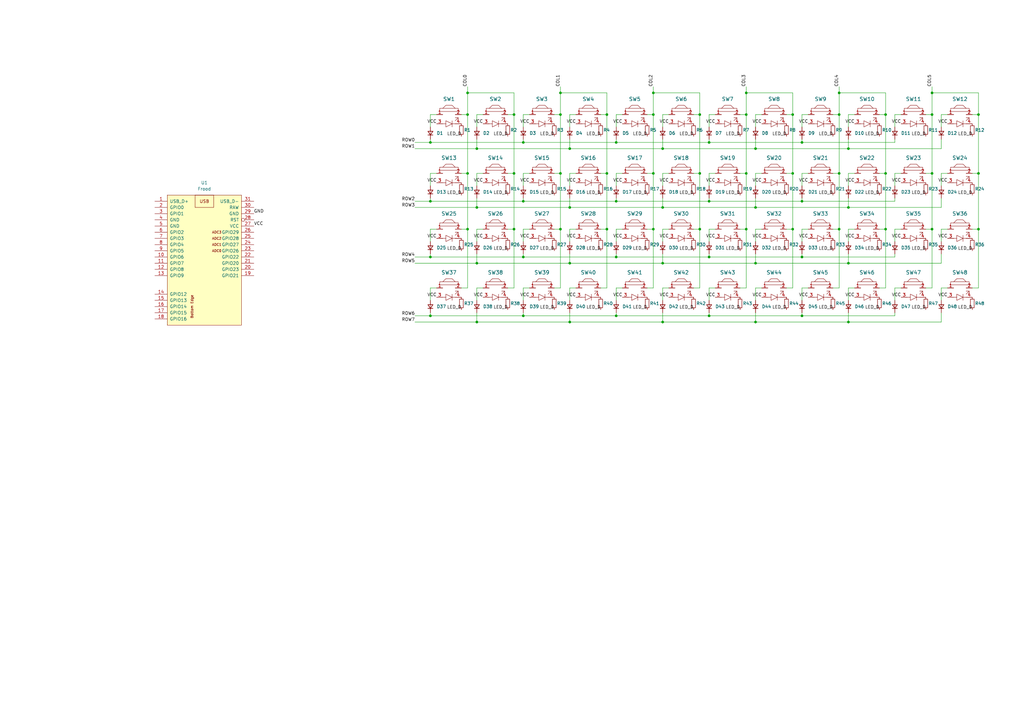
<source format=kicad_sch>
(kicad_sch (version 20230121) (generator eeschema)
  (paper "A3")
  (junction (at 195.58 60.96))
  (junction (at 347.98 132.08))
  (junction (at 290.83 82.55))
  (junction (at 214.63 105.41))
  (junction (at 309.88 107.95))
  (junction (at 252.73 58.42))
  (junction (at 344.17 71.12))
  (junction (at 233.68 85.09))
  (junction (at 363.22 46.99))
  (junction (at 248.92 93.98))
  (junction (at 271.78 85.09))
  (junction (at 309.88 60.96))
  (junction (at 271.78 60.96))
  (junction (at 306.07 93.98))
  (junction (at 229.87 38.1))
  (junction (at 290.83 105.41))
  (junction (at 382.27 38.1))
  (junction (at 347.98 107.95))
  (junction (at 325.12 71.12))
  (junction (at 176.53 129.54))
  (junction (at 325.12 93.98))
  (junction (at 287.02 46.99))
  (junction (at 306.07 38.1))
  (junction (at 195.58 107.95))
  (junction (at 309.88 85.09))
  (junction (at 229.87 93.98))
  (junction (at 344.17 93.98))
  (junction (at 176.53 58.42))
  (junction (at 267.97 46.99))
  (junction (at 363.22 93.98))
  (junction (at 325.12 46.99))
  (junction (at 191.77 71.12))
  (junction (at 191.77 46.99))
  (junction (at 248.92 46.99))
  (junction (at 267.97 93.98))
  (junction (at 344.17 38.1))
  (junction (at 306.07 71.12))
  (junction (at 252.73 129.54))
  (junction (at 195.58 85.09))
  (junction (at 401.32 46.99))
  (junction (at 382.27 93.98))
  (junction (at 210.82 93.98))
  (junction (at 191.77 38.1))
  (junction (at 347.98 85.09))
  (junction (at 363.22 71.12))
  (junction (at 347.98 60.96))
  (junction (at 267.97 38.1))
  (junction (at 401.32 71.12))
  (junction (at 176.53 105.41))
  (junction (at 290.83 58.42))
  (junction (at 328.93 105.41))
  (junction (at 210.82 46.99))
  (junction (at 267.97 71.12))
  (junction (at 214.63 58.42))
  (junction (at 210.82 71.12))
  (junction (at 214.63 129.54))
  (junction (at 328.93 129.54))
  (junction (at 252.73 82.55))
  (junction (at 233.68 132.08))
  (junction (at 271.78 132.08))
  (junction (at 287.02 93.98))
  (junction (at 401.32 93.98))
  (junction (at 344.17 46.99))
  (junction (at 229.87 71.12))
  (junction (at 309.88 132.08))
  (junction (at 214.63 82.55))
  (junction (at 176.53 82.55))
  (junction (at 191.77 93.98))
  (junction (at 233.68 107.95))
  (junction (at 252.73 105.41))
  (junction (at 229.87 46.99))
  (junction (at 271.78 107.95))
  (junction (at 328.93 58.42))
  (junction (at 248.92 71.12))
  (junction (at 233.68 60.96))
  (junction (at 382.27 46.99))
  (junction (at 290.83 129.54))
  (junction (at 306.07 46.99))
  (junction (at 382.27 71.12))
  (junction (at 328.93 82.55))
  (junction (at 287.02 71.12))
  (junction (at 195.58 132.08))
  (wire (pts (xy 347.98 118.11) (xy 347.98 123.19)))
  (wire (pts (xy 290.83 118.11) (xy 290.83 123.19)))
  (wire (pts (xy 367.03 118.11) (xy 367.03 123.19)))
  (wire (pts (xy 347.98 107.95) (xy 386.08 107.95)))
  (wire (pts (xy 248.92 118.11) (xy 246.38 118.11)))
  (wire (pts (xy 290.83 128.27) (xy 290.83 129.54)))
  (wire (pts (xy 267.97 35.56) (xy 267.97 38.1)))
  (wire (pts (xy 198.12 93.98) (xy 195.58 93.98)))
  (wire (pts (xy 210.82 46.99) (xy 210.82 71.12)))
  (wire (pts (xy 303.53 93.98) (xy 306.07 93.98)))
  (wire (pts (xy 293.37 118.11) (xy 290.83 118.11)))
  (wire (pts (xy 179.07 93.98) (xy 176.53 93.98)))
  (wire (pts (xy 271.78 71.12) (xy 271.78 76.2)))
  (wire (pts (xy 267.97 38.1) (xy 287.02 38.1)))
  (wire (pts (xy 248.92 38.1) (xy 248.92 46.99)))
  (wire (pts (xy 325.12 118.11) (xy 322.58 118.11)))
  (wire (pts (xy 252.73 82.55) (xy 290.83 82.55)))
  (wire (pts (xy 309.88 85.09) (xy 347.98 85.09)))
  (wire (pts (xy 309.88 81.28) (xy 309.88 85.09)))
  (wire (pts (xy 344.17 93.98) (xy 344.17 118.11)))
  (wire (pts (xy 290.83 58.42) (xy 328.93 58.42)))
  (wire (pts (xy 379.73 46.99) (xy 382.27 46.99)))
  (wire (pts (xy 347.98 60.96) (xy 386.08 60.96)))
  (wire (pts (xy 176.53 118.11) (xy 176.53 123.19)))
  (wire (pts (xy 271.78 57.15) (xy 271.78 60.96)))
  (wire (pts (xy 306.07 118.11) (xy 303.53 118.11)))
  (wire (pts (xy 195.58 104.14) (xy 195.58 107.95)))
  (wire (pts (xy 322.58 46.99) (xy 325.12 46.99)))
  (wire (pts (xy 401.32 71.12) (xy 401.32 93.98)))
  (wire (pts (xy 331.47 71.12) (xy 328.93 71.12)))
  (wire (pts (xy 360.68 93.98) (xy 363.22 93.98)))
  (wire (pts (xy 367.03 129.54) (xy 367.03 128.27)))
  (wire (pts (xy 208.28 71.12) (xy 210.82 71.12)))
  (wire (pts (xy 170.18 132.08) (xy 195.58 132.08)))
  (wire (pts (xy 170.18 85.09) (xy 195.58 85.09)))
  (wire (pts (xy 198.12 46.99) (xy 195.58 46.99)))
  (wire (pts (xy 229.87 35.56) (xy 229.87 38.1)))
  (wire (pts (xy 401.32 46.99) (xy 401.32 71.12)))
  (wire (pts (xy 360.68 46.99) (xy 363.22 46.99)))
  (wire (pts (xy 386.08 46.99) (xy 386.08 52.07)))
  (wire (pts (xy 176.53 81.28) (xy 176.53 82.55)))
  (wire (pts (xy 214.63 118.11) (xy 214.63 123.19)))
  (wire (pts (xy 382.27 93.98) (xy 382.27 118.11)))
  (wire (pts (xy 208.28 93.98) (xy 210.82 93.98)))
  (wire (pts (xy 227.33 71.12) (xy 229.87 71.12)))
  (wire (pts (xy 252.73 129.54) (xy 290.83 129.54)))
  (wire (pts (xy 363.22 93.98) (xy 363.22 118.11)))
  (wire (pts (xy 170.18 60.96) (xy 195.58 60.96)))
  (wire (pts (xy 229.87 93.98) (xy 229.87 118.11)))
  (wire (pts (xy 290.83 46.99) (xy 290.83 52.07)))
  (wire (pts (xy 382.27 71.12) (xy 382.27 93.98)))
  (wire (pts (xy 369.57 93.98) (xy 367.03 93.98)))
  (wire (pts (xy 309.88 128.27) (xy 309.88 132.08)))
  (wire (pts (xy 246.38 71.12) (xy 248.92 71.12)))
  (wire (pts (xy 347.98 85.09) (xy 386.08 85.09)))
  (wire (pts (xy 328.93 58.42) (xy 367.03 58.42)))
  (wire (pts (xy 214.63 58.42) (xy 252.73 58.42)))
  (wire (pts (xy 382.27 46.99) (xy 382.27 71.12)))
  (wire (pts (xy 246.38 93.98) (xy 248.92 93.98)))
  (wire (pts (xy 312.42 46.99) (xy 309.88 46.99)))
  (wire (pts (xy 386.08 118.11) (xy 386.08 123.19)))
  (wire (pts (xy 388.62 118.11) (xy 386.08 118.11)))
  (wire (pts (xy 293.37 46.99) (xy 290.83 46.99)))
  (wire (pts (xy 214.63 82.55) (xy 252.73 82.55)))
  (wire (pts (xy 287.02 46.99) (xy 287.02 71.12)))
  (wire (pts (xy 214.63 81.28) (xy 214.63 82.55)))
  (wire (pts (xy 189.23 71.12) (xy 191.77 71.12)))
  (wire (pts (xy 191.77 46.99) (xy 191.77 71.12)))
  (wire (pts (xy 233.68 132.08) (xy 271.78 132.08)))
  (wire (pts (xy 328.93 81.28) (xy 328.93 82.55)))
  (wire (pts (xy 252.73 118.11) (xy 252.73 123.19)))
  (wire (pts (xy 386.08 85.09) (xy 386.08 81.28)))
  (wire (pts (xy 176.53 93.98) (xy 176.53 99.06)))
  (wire (pts (xy 195.58 132.08) (xy 233.68 132.08)))
  (wire (pts (xy 236.22 71.12) (xy 233.68 71.12)))
  (wire (pts (xy 398.78 46.99) (xy 401.32 46.99)))
  (wire (pts (xy 214.63 129.54) (xy 252.73 129.54)))
  (wire (pts (xy 369.57 46.99) (xy 367.03 46.99)))
  (wire (pts (xy 255.27 93.98) (xy 252.73 93.98)))
  (wire (pts (xy 328.93 82.55) (xy 367.03 82.55)))
  (wire (pts (xy 252.73 104.14) (xy 252.73 105.41)))
  (wire (pts (xy 217.17 46.99) (xy 214.63 46.99)))
  (wire (pts (xy 198.12 71.12) (xy 195.58 71.12)))
  (wire (pts (xy 179.07 71.12) (xy 176.53 71.12)))
  (wire (pts (xy 347.98 71.12) (xy 347.98 76.2)))
  (wire (pts (xy 252.73 57.15) (xy 252.73 58.42)))
  (wire (pts (xy 170.18 129.54) (xy 176.53 129.54)))
  (wire (pts (xy 252.73 105.41) (xy 290.83 105.41)))
  (wire (pts (xy 214.63 104.14) (xy 214.63 105.41)))
  (wire (pts (xy 214.63 93.98) (xy 214.63 99.06)))
  (wire (pts (xy 401.32 118.11) (xy 398.78 118.11)))
  (wire (pts (xy 347.98 128.27) (xy 347.98 132.08)))
  (wire (pts (xy 195.58 118.11) (xy 195.58 123.19)))
  (wire (pts (xy 229.87 46.99) (xy 229.87 71.12)))
  (wire (pts (xy 252.73 71.12) (xy 252.73 76.2)))
  (wire (pts (xy 350.52 46.99) (xy 347.98 46.99)))
  (wire (pts (xy 227.33 93.98) (xy 229.87 93.98)))
  (wire (pts (xy 344.17 38.1) (xy 344.17 46.99)))
  (wire (pts (xy 274.32 46.99) (xy 271.78 46.99)))
  (wire (pts (xy 227.33 46.99) (xy 229.87 46.99)))
  (wire (pts (xy 236.22 118.11) (xy 233.68 118.11)))
  (wire (pts (xy 233.68 71.12) (xy 233.68 76.2)))
  (wire (pts (xy 306.07 35.56) (xy 306.07 38.1)))
  (wire (pts (xy 214.63 71.12) (xy 214.63 76.2)))
  (wire (pts (xy 347.98 93.98) (xy 347.98 99.06)))
  (wire (pts (xy 265.43 93.98) (xy 267.97 93.98)))
  (wire (pts (xy 229.87 118.11) (xy 227.33 118.11)))
  (wire (pts (xy 344.17 118.11) (xy 341.63 118.11)))
  (wire (pts (xy 367.03 71.12) (xy 367.03 76.2)))
  (wire (pts (xy 267.97 46.99) (xy 267.97 71.12)))
  (wire (pts (xy 214.63 105.41) (xy 252.73 105.41)))
  (wire (pts (xy 217.17 118.11) (xy 214.63 118.11)))
  (wire (pts (xy 306.07 46.99) (xy 306.07 71.12)))
  (wire (pts (xy 284.48 93.98) (xy 287.02 93.98)))
  (wire (pts (xy 287.02 38.1) (xy 287.02 46.99)))
  (wire (pts (xy 306.07 38.1) (xy 306.07 46.99)))
  (wire (pts (xy 386.08 107.95) (xy 386.08 104.14)))
  (wire (pts (xy 322.58 93.98) (xy 325.12 93.98)))
  (wire (pts (xy 176.53 58.42) (xy 214.63 58.42)))
  (wire (pts (xy 236.22 93.98) (xy 233.68 93.98)))
  (wire (pts (xy 233.68 57.15) (xy 233.68 60.96)))
  (wire (pts (xy 271.78 118.11) (xy 271.78 123.19)))
  (wire (pts (xy 255.27 46.99) (xy 252.73 46.99)))
  (wire (pts (xy 290.83 105.41) (xy 328.93 105.41)))
  (wire (pts (xy 271.78 104.14) (xy 271.78 107.95)))
  (wire (pts (xy 233.68 81.28) (xy 233.68 85.09)))
  (wire (pts (xy 363.22 118.11) (xy 360.68 118.11)))
  (wire (pts (xy 176.53 128.27) (xy 176.53 129.54)))
  (wire (pts (xy 191.77 71.12) (xy 191.77 93.98)))
  (wire (pts (xy 344.17 71.12) (xy 344.17 93.98)))
  (wire (pts (xy 233.68 128.27) (xy 233.68 132.08)))
  (wire (pts (xy 325.12 71.12) (xy 325.12 93.98)))
  (wire (pts (xy 210.82 71.12) (xy 210.82 93.98)))
  (wire (pts (xy 328.93 104.14) (xy 328.93 105.41)))
  (wire (pts (xy 367.03 82.55) (xy 367.03 81.28)))
  (wire (pts (xy 214.63 128.27) (xy 214.63 129.54)))
  (wire (pts (xy 309.88 46.99) (xy 309.88 52.07)))
  (wire (pts (xy 267.97 71.12) (xy 267.97 93.98)))
  (wire (pts (xy 347.98 104.14) (xy 347.98 107.95)))
  (wire (pts (xy 312.42 93.98) (xy 309.88 93.98)))
  (wire (pts (xy 236.22 46.99) (xy 233.68 46.99)))
  (wire (pts (xy 306.07 71.12) (xy 306.07 93.98)))
  (wire (pts (xy 217.17 71.12) (xy 214.63 71.12)))
  (wire (pts (xy 306.07 38.1) (xy 325.12 38.1)))
  (wire (pts (xy 347.98 46.99) (xy 347.98 52.07)))
  (wire (pts (xy 210.82 38.1) (xy 210.82 46.99)))
  (wire (pts (xy 367.03 105.41) (xy 367.03 104.14)))
  (wire (pts (xy 398.78 93.98) (xy 401.32 93.98)))
  (wire (pts (xy 344.17 35.56) (xy 344.17 38.1)))
  (wire (pts (xy 176.53 105.41) (xy 214.63 105.41)))
  (wire (pts (xy 303.53 46.99) (xy 306.07 46.99)))
  (wire (pts (xy 195.58 81.28) (xy 195.58 85.09)))
  (wire (pts (xy 290.83 82.55) (xy 328.93 82.55)))
  (wire (pts (xy 195.58 57.15) (xy 195.58 60.96)))
  (wire (pts (xy 382.27 38.1) (xy 401.32 38.1)))
  (wire (pts (xy 195.58 85.09) (xy 233.68 85.09)))
  (wire (pts (xy 233.68 107.95) (xy 271.78 107.95)))
  (wire (pts (xy 328.93 105.41) (xy 367.03 105.41)))
  (wire (pts (xy 347.98 132.08) (xy 386.08 132.08)))
  (wire (pts (xy 233.68 104.14) (xy 233.68 107.95)))
  (wire (pts (xy 312.42 71.12) (xy 309.88 71.12)))
  (wire (pts (xy 195.58 46.99) (xy 195.58 52.07)))
  (wire (pts (xy 233.68 85.09) (xy 271.78 85.09)))
  (wire (pts (xy 191.77 38.1) (xy 210.82 38.1)))
  (wire (pts (xy 388.62 46.99) (xy 386.08 46.99)))
  (wire (pts (xy 341.63 71.12) (xy 344.17 71.12)))
  (wire (pts (xy 267.97 118.11) (xy 265.43 118.11)))
  (wire (pts (xy 309.88 118.11) (xy 309.88 123.19)))
  (wire (pts (xy 309.88 57.15) (xy 309.88 60.96)))
  (wire (pts (xy 388.62 93.98) (xy 386.08 93.98)))
  (wire (pts (xy 309.88 107.95) (xy 347.98 107.95)))
  (wire (pts (xy 290.83 81.28) (xy 290.83 82.55)))
  (wire (pts (xy 331.47 46.99) (xy 328.93 46.99)))
  (wire (pts (xy 386.08 93.98) (xy 386.08 99.06)))
  (wire (pts (xy 309.88 60.96) (xy 347.98 60.96)))
  (wire (pts (xy 189.23 46.99) (xy 191.77 46.99)))
  (wire (pts (xy 191.77 93.98) (xy 191.77 118.11)))
  (wire (pts (xy 382.27 35.56) (xy 382.27 38.1)))
  (wire (pts (xy 255.27 71.12) (xy 252.73 71.12)))
  (wire (pts (xy 252.73 128.27) (xy 252.73 129.54)))
  (wire (pts (xy 233.68 60.96) (xy 271.78 60.96)))
  (wire (pts (xy 252.73 46.99) (xy 252.73 52.07)))
  (wire (pts (xy 290.83 93.98) (xy 290.83 99.06)))
  (wire (pts (xy 229.87 38.1) (xy 248.92 38.1)))
  (wire (pts (xy 331.47 93.98) (xy 328.93 93.98)))
  (wire (pts (xy 248.92 46.99) (xy 248.92 71.12)))
  (wire (pts (xy 287.02 93.98) (xy 287.02 118.11)))
  (wire (pts (xy 179.07 46.99) (xy 176.53 46.99)))
  (wire (pts (xy 347.98 57.15) (xy 347.98 60.96)))
  (wire (pts (xy 170.18 82.55) (xy 176.53 82.55)))
  (wire (pts (xy 170.18 105.41) (xy 176.53 105.41)))
  (wire (pts (xy 344.17 38.1) (xy 363.22 38.1)))
  (wire (pts (xy 303.53 71.12) (xy 306.07 71.12)))
  (wire (pts (xy 341.63 93.98) (xy 344.17 93.98)))
  (wire (pts (xy 284.48 71.12) (xy 287.02 71.12)))
  (wire (pts (xy 189.23 93.98) (xy 191.77 93.98)))
  (wire (pts (xy 325.12 93.98) (xy 325.12 118.11)))
  (wire (pts (xy 401.32 38.1) (xy 401.32 46.99)))
  (wire (pts (xy 176.53 71.12) (xy 176.53 76.2)))
  (wire (pts (xy 271.78 85.09) (xy 309.88 85.09)))
  (wire (pts (xy 344.17 46.99) (xy 344.17 71.12)))
  (wire (pts (xy 306.07 93.98) (xy 306.07 118.11)))
  (wire (pts (xy 401.32 93.98) (xy 401.32 118.11)))
  (wire (pts (xy 347.98 81.28) (xy 347.98 85.09)))
  (wire (pts (xy 246.38 46.99) (xy 248.92 46.99)))
  (wire (pts (xy 309.88 93.98) (xy 309.88 99.06)))
  (wire (pts (xy 322.58 71.12) (xy 325.12 71.12)))
  (wire (pts (xy 252.73 93.98) (xy 252.73 99.06)))
  (wire (pts (xy 325.12 46.99) (xy 325.12 71.12)))
  (wire (pts (xy 312.42 118.11) (xy 309.88 118.11)))
  (wire (pts (xy 363.22 38.1) (xy 363.22 46.99)))
  (wire (pts (xy 398.78 71.12) (xy 401.32 71.12)))
  (wire (pts (xy 284.48 46.99) (xy 287.02 46.99)))
  (wire (pts (xy 328.93 128.27) (xy 328.93 129.54)))
  (wire (pts (xy 287.02 118.11) (xy 284.48 118.11)))
  (wire (pts (xy 176.53 129.54) (xy 214.63 129.54)))
  (wire (pts (xy 274.32 118.11) (xy 271.78 118.11)))
  (wire (pts (xy 208.28 46.99) (xy 210.82 46.99)))
  (wire (pts (xy 233.68 93.98) (xy 233.68 99.06)))
  (wire (pts (xy 229.87 71.12) (xy 229.87 93.98)))
  (wire (pts (xy 265.43 46.99) (xy 267.97 46.99)))
  (wire (pts (xy 388.62 71.12) (xy 386.08 71.12)))
  (wire (pts (xy 198.12 118.11) (xy 195.58 118.11)))
  (wire (pts (xy 191.77 118.11) (xy 189.23 118.11)))
  (wire (pts (xy 252.73 58.42) (xy 290.83 58.42)))
  (wire (pts (xy 214.63 46.99) (xy 214.63 52.07)))
  (wire (pts (xy 386.08 60.96) (xy 386.08 57.15)))
  (wire (pts (xy 191.77 38.1) (xy 191.77 46.99)))
  (wire (pts (xy 290.83 71.12) (xy 290.83 76.2)))
  (wire (pts (xy 328.93 129.54) (xy 367.03 129.54)))
  (wire (pts (xy 195.58 93.98) (xy 195.58 99.06)))
  (wire (pts (xy 325.12 38.1) (xy 325.12 46.99)))
  (wire (pts (xy 210.82 118.11) (xy 208.28 118.11)))
  (wire (pts (xy 350.52 93.98) (xy 347.98 93.98)))
  (wire (pts (xy 176.53 46.99) (xy 176.53 52.07)))
  (wire (pts (xy 255.27 118.11) (xy 252.73 118.11)))
  (wire (pts (xy 331.47 118.11) (xy 328.93 118.11)))
  (wire (pts (xy 293.37 71.12) (xy 290.83 71.12)))
  (wire (pts (xy 367.03 46.99) (xy 367.03 52.07)))
  (wire (pts (xy 271.78 128.27) (xy 271.78 132.08)))
  (wire (pts (xy 350.52 71.12) (xy 347.98 71.12)))
  (wire (pts (xy 379.73 71.12) (xy 382.27 71.12)))
  (wire (pts (xy 229.87 38.1) (xy 229.87 46.99)))
  (wire (pts (xy 328.93 46.99) (xy 328.93 52.07)))
  (wire (pts (xy 328.93 93.98) (xy 328.93 99.06)))
  (wire (pts (xy 210.82 93.98) (xy 210.82 118.11)))
  (wire (pts (xy 309.88 132.08) (xy 347.98 132.08)))
  (wire (pts (xy 271.78 93.98) (xy 271.78 99.06)))
  (wire (pts (xy 195.58 128.27) (xy 195.58 132.08)))
  (wire (pts (xy 214.63 57.15) (xy 214.63 58.42)))
  (wire (pts (xy 360.68 71.12) (xy 363.22 71.12)))
  (wire (pts (xy 382.27 118.11) (xy 379.73 118.11)))
  (wire (pts (xy 287.02 71.12) (xy 287.02 93.98)))
  (wire (pts (xy 328.93 118.11) (xy 328.93 123.19)))
  (wire (pts (xy 271.78 46.99) (xy 271.78 52.07)))
  (wire (pts (xy 274.32 93.98) (xy 271.78 93.98)))
  (wire (pts (xy 170.18 58.42) (xy 176.53 58.42)))
  (wire (pts (xy 328.93 71.12) (xy 328.93 76.2)))
  (wire (pts (xy 293.37 93.98) (xy 290.83 93.98)))
  (wire (pts (xy 328.93 57.15) (xy 328.93 58.42)))
  (wire (pts (xy 386.08 132.08) (xy 386.08 128.27)))
  (wire (pts (xy 309.88 71.12) (xy 309.88 76.2)))
  (wire (pts (xy 176.53 82.55) (xy 214.63 82.55)))
  (wire (pts (xy 369.57 71.12) (xy 367.03 71.12)))
  (wire (pts (xy 248.92 93.98) (xy 248.92 118.11)))
  (wire (pts (xy 363.22 71.12) (xy 363.22 93.98)))
  (wire (pts (xy 367.03 93.98) (xy 367.03 99.06)))
  (wire (pts (xy 176.53 104.14) (xy 176.53 105.41)))
  (wire (pts (xy 267.97 38.1) (xy 267.97 46.99)))
  (wire (pts (xy 271.78 107.95) (xy 309.88 107.95)))
  (wire (pts (xy 233.68 46.99) (xy 233.68 52.07)))
  (wire (pts (xy 379.73 93.98) (xy 382.27 93.98)))
  (wire (pts (xy 195.58 60.96) (xy 233.68 60.96)))
  (wire (pts (xy 382.27 38.1) (xy 382.27 46.99)))
  (wire (pts (xy 363.22 46.99) (xy 363.22 71.12)))
  (wire (pts (xy 369.57 118.11) (xy 367.03 118.11)))
  (wire (pts (xy 274.32 71.12) (xy 271.78 71.12)))
  (wire (pts (xy 265.43 71.12) (xy 267.97 71.12)))
  (wire (pts (xy 195.58 71.12) (xy 195.58 76.2)))
  (wire (pts (xy 271.78 132.08) (xy 309.88 132.08)))
  (wire (pts (xy 179.07 118.11) (xy 176.53 118.11)))
  (wire (pts (xy 252.73 81.28) (xy 252.73 82.55)))
  (wire (pts (xy 290.83 57.15) (xy 290.83 58.42)))
  (wire (pts (xy 341.63 46.99) (xy 344.17 46.99)))
  (wire (pts (xy 191.77 35.56) (xy 191.77 38.1)))
  (wire (pts (xy 176.53 57.15) (xy 176.53 58.42)))
  (wire (pts (xy 290.83 104.14) (xy 290.83 105.41)))
  (wire (pts (xy 271.78 81.28) (xy 271.78 85.09)))
  (wire (pts (xy 386.08 71.12) (xy 386.08 76.2)))
  (wire (pts (xy 271.78 60.96) (xy 309.88 60.96)))
  (wire (pts (xy 195.58 107.95) (xy 233.68 107.95)))
  (wire (pts (xy 170.18 107.95) (xy 195.58 107.95)))
  (wire (pts (xy 248.92 71.12) (xy 248.92 93.98)))
  (wire (pts (xy 367.03 58.42) (xy 367.03 57.15)))
  (wire (pts (xy 267.97 93.98) (xy 267.97 118.11)))
  (wire (pts (xy 217.17 93.98) (xy 214.63 93.98)))
  (wire (pts (xy 290.83 129.54) (xy 328.93 129.54)))
  (wire (pts (xy 350.52 118.11) (xy 347.98 118.11)))
  (wire (pts (xy 309.88 104.14) (xy 309.88 107.95)))
  (wire (pts (xy 233.68 118.11) (xy 233.68 123.19)))
  (label "LED_D" (at 227.33 102.87 180))
  (label "ROW6" (at 170.18 129.54 180))
  (label "VCC" (at 350.52 121.92 180))
  (label "VCC" (at 236.22 97.79 180))
  (label "LED_D" (at 265.43 127 180))
  (label "VCC" (at 312.42 121.92 180))
  (label "VCC" (at 217.17 121.92 180))
  (label "VCC" (at 293.37 74.93 180))
  (label "VCC" (at 331.47 50.8 180))
  (label "VCC" (at 179.07 97.79 180))
  (label "VCC" (at 179.07 121.92 180))
  (label "GND" (at 104.14 87.63 0))
  (label "LED_D" (at 227.33 55.88 180))
  (label "COL5" (at 382.27 35.56 90))
  (label "LED_D" (at 360.68 55.88 180))
  (label "LED_D" (at 322.58 55.88 180))
  (label "LED_D" (at 189.23 102.87 180))
  (label "VCC" (at 350.52 97.79 180))
  (label "LED_D" (at 227.33 80.01 180))
  (label "VCC" (at 198.12 74.93 180))
  (label "VCC" (at 331.47 74.93 180))
  (label "COL2" (at 267.97 35.56 90))
  (label "VCC" (at 388.62 50.8 180))
  (label "LED_D" (at 303.53 102.87 180))
  (label "VCC" (at 255.27 50.8 180))
  (label "LED_D" (at 360.68 80.01 180))
  (label "VCC" (at 293.37 121.92 180))
  (label "VCC" (at 198.12 121.92 180))
  (label "LED_D" (at 379.73 55.88 180))
  (label "LED_D" (at 379.73 127 180))
  (label "ROW4" (at 170.18 105.41 180))
  (label "VCC" (at 236.22 74.93 180))
  (label "LED_D" (at 398.78 102.87 180))
  (label "LED_D" (at 303.53 127 180))
  (label "VCC" (at 255.27 74.93 180))
  (label "LED_D" (at 284.48 80.01 180))
  (label "VCC" (at 350.52 50.8 180))
  (label "LED_D" (at 208.28 55.88 180))
  (label "VCC" (at 198.12 97.79 180))
  (label "LED_D" (at 246.38 80.01 180))
  (label "COL1" (at 229.87 35.56 90))
  (label "LED_D" (at 265.43 80.01 180))
  (label "LED_D" (at 208.28 80.01 180))
  (label "ROW3" (at 170.18 85.09 180))
  (label "VCC" (at 369.57 121.92 180))
  (label "VCC" (at 217.17 50.8 180))
  (label "ROW1" (at 170.18 60.96 180))
  (label "VCC" (at 274.32 74.93 180))
  (label "LED_D" (at 284.48 102.87 180))
  (label "LED_D" (at 246.38 102.87 180))
  (label "LED_D" (at 189.23 80.01 180))
  (label "VCC" (at 312.42 50.8 180))
  (label "VCC" (at 369.57 50.8 180))
  (label "COL4" (at 344.17 35.56 90))
  (label "LED_D" (at 227.33 127 180))
  (label "VCC" (at 388.62 121.92 180))
  (label "LED_D" (at 379.73 80.01 180))
  (label "LED_D" (at 303.53 55.88 180))
  (label "COL0" (at 191.77 35.56 90))
  (label "VCC" (at 104.14 92.71 0))
  (label "LED_D" (at 341.63 55.88 180))
  (label "ROW7" (at 170.18 132.08 180))
  (label "VCC" (at 331.47 97.79 180))
  (label "LED_D" (at 189.23 55.88 180))
  (label "VCC" (at 274.32 50.8 180))
  (label "LED_D" (at 398.78 55.88 180))
  (label "ROW0" (at 170.18 58.42 180))
  (label "COL3" (at 306.07 35.56 90))
  (label "VCC" (at 217.17 97.79 180))
  (label "VCC" (at 217.17 74.93 180))
  (label "VCC" (at 255.27 121.92 180))
  (label "LED_D" (at 360.68 127 180))
  (label "LED_D" (at 341.63 102.87 180))
  (label "VCC" (at 198.12 50.8 180))
  (label "VCC" (at 388.62 97.79 180))
  (label "LED_D" (at 379.73 102.87 180))
  (label "LED_D" (at 189.23 127 180))
  (label "VCC" (at 255.27 97.79 180))
  (label "LED_D" (at 284.48 55.88 180))
  (label "LED_D" (at 322.58 102.87 180))
  (label "LED_D" (at 398.78 127 180))
  (label "LED_D" (at 246.38 127 180))
  (label "VCC" (at 179.07 74.93 180))
  (label "VCC" (at 312.42 74.93 180))
  (label "VCC" (at 236.22 50.8 180))
  (label "VCC" (at 293.37 97.79 180))
  (label "LED_D" (at 246.38 55.88 180))
  (label "LED_D" (at 322.58 127 180))
  (label "LED_D" (at 341.63 80.01 180))
  (label "VCC" (at 388.62 74.93 180))
  (label "VCC" (at 293.37 50.8 180))
  (label "VCC" (at 236.22 121.92 180))
  (label "LED_D" (at 265.43 102.87 180))
  (label "LED_D" (at 265.43 55.88 180))
  (label "ROW5" (at 170.18 107.95 180))
  (label "LED_D" (at 398.78 80.01 180))
  (label "ROW2" (at 170.18 82.55 180))
  (label "LED_D" (at 341.63 127 180))
  (label "VCC" (at 274.32 97.79 180))
  (label "LED_D" (at 208.28 127 180))
  (label "VCC" (at 331.47 121.92 180))
  (label "LED_D" (at 360.68 102.87 180))
  (label "VCC" (at 369.57 74.93 180))
  (label "VCC" (at 312.42 97.79 180))
  (label "LED_D" (at 322.58 80.01 180))
  (label "VCC" (at 179.07 50.8 180))
  (label "VCC" (at 274.32 121.92 180))
  (label "VCC" (at 350.52 74.93 180))
  (label "VCC" (at 369.57 97.79 180))
  (label "LED_D" (at 284.48 127 180))
  (label "LED_D" (at 303.53 80.01 180))
  (label "LED_D" (at 208.28 102.87 180))
  (symbol (lib_id "Device:D_Small") (at 214.63 78.74 90) (unit 1)
    (property "Reference" "D15" (at 217.17 78.74 90) (effects (justify right)))
    (property "Value" "D_LED" (effects hide))
    (property "Sim.Device" "D" (effects hide))
    (property "Sim.Pins" "1=K 2=A" (effects hide))
  )
  (symbol (lib_id "Device:D_Small") (at 214.63 54.61 90) (unit 1)
    (property "Reference" "D3" (at 217.17 54.61 90) (effects (justify right)))
    (property "Value" "D_LED" (effects hide))
    (property "Sim.Device" "D" (effects hide))
    (property "Sim.Pins" "1=K 2=A" (effects hide))
  )
  (symbol (lib_id "keebio:MX-with-LED") (at 317.5 118.11 0) (unit 1)
    (property "Reference" "SW44" (at 317.5 111.76 0) (effects (font (size 1.524 1.524))))
    (property "Value" "MX-with-LED" (effects hide))
  )
  (symbol (lib_id "keebio:MX-with-LED") (at 279.4 93.98 0) (unit 1)
    (property "Reference" "SW30" (at 279.4 87.63 0) (effects (font (size 1.524 1.524))))
    (property "Value" "MX-with-LED" (effects hide))
  )
  (symbol (lib_id "Device:R_Small") (at 398.78 77.47 180) (unit 1)
    (property "Reference" "R24" (at 399.87 77.47 0) (effects (justify right)))
    (property "Value" "R_LED" (effects hide))
  )
  (symbol (lib_id "Device:R_Small") (at 379.73 77.47 180) (unit 1)
    (property "Reference" "R23" (at 380.82 77.47 0) (effects (justify right)))
    (property "Value" "R_LED" (effects hide))
  )
  (symbol (lib_id "Device:D_Small") (at 309.88 54.61 90) (unit 1)
    (property "Reference" "D8" (at 312.42 54.61 90) (effects (justify right)))
    (property "Value" "D_LED" (effects hide))
    (property "Sim.Device" "D" (effects hide))
    (property "Sim.Pins" "1=K 2=A" (effects hide))
  )
  (symbol (lib_id "Device:D_Small") (at 271.78 101.6 90) (unit 1)
    (property "Reference" "D30" (at 274.32 101.6 90) (effects (justify right)))
    (property "Value" "D_LED" (effects hide))
    (property "Sim.Device" "D" (effects hide))
    (property "Sim.Pins" "1=K 2=A" (effects hide))
  )
  (symbol (lib_id "keebio:MX-with-LED") (at 203.2 46.99 0) (unit 1)
    (property "Reference" "SW2" (at 203.2 40.64 0) (effects (font (size 1.524 1.524))))
    (property "Value" "MX-with-LED" (effects hide))
  )
  (symbol (lib_id "Device:R_Small") (at 360.68 77.47 180) (unit 1)
    (property "Reference" "R22" (at 361.77 77.47 0) (effects (justify right)))
    (property "Value" "R_LED" (effects hide))
  )
  (symbol (lib_id "Device:R_Small") (at 322.58 77.47 180) (unit 1)
    (property "Reference" "R20" (at 323.67 77.47 0) (effects (justify right)))
    (property "Value" "R_LED" (effects hide))
  )
  (symbol (lib_id "Device:D_Small") (at 328.93 78.74 90) (unit 1)
    (property "Reference" "D21" (at 331.47 78.74 90) (effects (justify right)))
    (property "Value" "D_LED" (effects hide))
    (property "Sim.Device" "D" (effects hide))
    (property "Sim.Pins" "1=K 2=A" (effects hide))
  )
  (symbol (lib_id "Device:R_Small") (at 284.48 53.34 180) (unit 1)
    (property "Reference" "R6" (at 285.57 53.34 0) (effects (justify right)))
    (property "Value" "R_LED" (effects hide))
  )
  (symbol (lib_id "keebio:MX-with-LED") (at 184.15 93.98 0) (unit 1)
    (property "Reference" "SW25" (at 184.15 87.63 0) (effects (font (size 1.524 1.524))))
    (property "Value" "MX-with-LED" (effects hide))
  )
  (symbol (lib_id "keebio:MX-with-LED") (at 184.15 71.12 0) (unit 1)
    (property "Reference" "SW13" (at 184.15 64.77 0) (effects (font (size 1.524 1.524))))
    (property "Value" "MX-with-LED" (effects hide))
  )
  (symbol (lib_id "keebio:MX-with-LED") (at 355.6 71.12 0) (unit 1)
    (property "Reference" "SW22" (at 355.6 64.77 0) (effects (font (size 1.524 1.524))))
    (property "Value" "MX-with-LED" (effects hide))
  )
  (symbol (lib_id "Device:D_Small") (at 252.73 125.73 90) (unit 1)
    (property "Reference" "D41" (at 255.27 125.73 90) (effects (justify right)))
    (property "Value" "D_LED" (effects hide))
    (property "Sim.Device" "D" (effects hide))
    (property "Sim.Pins" "1=K 2=A" (effects hide))
  )
  (symbol (lib_id "Device:D_Small") (at 252.73 54.61 90) (unit 1)
    (property "Reference" "D5" (at 255.27 54.61 90) (effects (justify right)))
    (property "Value" "D_LED" (effects hide))
    (property "Sim.Device" "D" (effects hide))
    (property "Sim.Pins" "1=K 2=A" (effects hide))
  )
  (symbol (lib_id "Device:D_Small") (at 176.53 78.74 90) (unit 1)
    (property "Reference" "D13" (at 179.07 78.74 90) (effects (justify right)))
    (property "Value" "D_LED" (effects hide))
    (property "Sim.Device" "D" (effects hide))
    (property "Sim.Pins" "1=K 2=A" (effects hide))
  )
  (symbol (lib_id "Device:R_Small") (at 227.33 100.33 180) (unit 1)
    (property "Reference" "R27" (at 228.42 100.33 0) (effects (justify right)))
    (property "Value" "R_LED" (effects hide))
  )
  (symbol (lib_id "keebio:MX-with-LED") (at 279.4 118.11 0) (unit 1)
    (property "Reference" "SW42" (at 279.4 111.76 0) (effects (font (size 1.524 1.524))))
    (property "Value" "MX-with-LED" (effects hide))
  )
  (symbol (lib_id "Device:R_Small") (at 341.63 53.34 180) (unit 1)
    (property "Reference" "R9" (at 342.72 53.34 0) (effects (justify right)))
    (property "Value" "R_LED" (effects hide))
  )
  (symbol (lib_id "Device:R_Small") (at 322.58 124.46 180) (unit 1)
    (property "Reference" "R44" (at 323.67 124.46 0) (effects (justify right)))
    (property "Value" "R_LED" (effects hide))
  )
  (symbol (lib_id "Device:D_Small") (at 271.78 78.74 90) (unit 1)
    (property "Reference" "D18" (at 274.32 78.74 90) (effects (justify right)))
    (property "Value" "D_LED" (effects hide))
    (property "Sim.Device" "D" (effects hide))
    (property "Sim.Pins" "1=K 2=A" (effects hide))
  )
  (symbol (lib_id "Device:D_Small") (at 176.53 54.61 90) (unit 1)
    (property "Reference" "D1" (at 179.07 54.61 90) (effects (justify right)))
    (property "Value" "D_LED" (effects hide))
    (property "Sim.Device" "D" (effects hide))
    (property "Sim.Pins" "1=K 2=A" (effects hide))
  )
  (symbol (lib_id "keebio:MX-with-LED") (at 336.55 118.11 0) (unit 1)
    (property "Reference" "SW45" (at 336.55 111.76 0) (effects (font (size 1.524 1.524))))
    (property "Value" "MX-with-LED" (effects hide))
  )
  (symbol (lib_id "Device:D_Small") (at 309.88 101.6 90) (unit 1)
    (property "Reference" "D32" (at 312.42 101.6 90) (effects (justify right)))
    (property "Value" "D_LED" (effects hide))
    (property "Sim.Device" "D" (effects hide))
    (property "Sim.Pins" "1=K 2=A" (effects hide))
  )
  (symbol (lib_id "Device:D_Small") (at 386.08 101.6 90) (unit 1)
    (property "Reference" "D36" (at 388.62 101.6 90) (effects (justify right)))
    (property "Value" "D_LED" (effects hide))
    (property "Sim.Device" "D" (effects hide))
    (property "Sim.Pins" "1=K 2=A" (effects hide))
  )
  (symbol (lib_id "Device:D_Small") (at 367.03 125.73 90) (unit 1)
    (property "Reference" "D47" (at 369.57 125.73 90) (effects (justify right)))
    (property "Value" "D_LED" (effects hide))
    (property "Sim.Device" "D" (effects hide))
    (property "Sim.Pins" "1=K 2=A" (effects hide))
  )
  (symbol (lib_id "keebio:MX-with-LED") (at 184.15 118.11 0) (unit 1)
    (property "Reference" "SW37" (at 184.15 111.76 0) (effects (font (size 1.524 1.524))))
    (property "Value" "MX-with-LED" (effects hide))
  )
  (symbol (lib_id "Device:D_Small") (at 233.68 78.74 90) (unit 1)
    (property "Reference" "D16" (at 236.22 78.74 90) (effects (justify right)))
    (property "Value" "D_LED" (effects hide))
    (property "Sim.Device" "D" (effects hide))
    (property "Sim.Pins" "1=K 2=A" (effects hide))
  )
  (symbol (lib_id "Device:D_Small") (at 347.98 54.61 90) (unit 1)
    (property "Reference" "D10" (at 350.52 54.61 90) (effects (justify right)))
    (property "Value" "D_LED" (effects hide))
    (property "Sim.Device" "D" (effects hide))
    (property "Sim.Pins" "1=K 2=A" (effects hide))
  )
  (symbol (lib_id "keebio:MX-with-LED") (at 317.5 93.98 0) (unit 1)
    (property "Reference" "SW32" (at 317.5 87.63 0) (effects (font (size 1.524 1.524))))
    (property "Value" "MX-with-LED" (effects hide))
  )
  (symbol (lib_id "Device:D_Small") (at 195.58 54.61 90) (unit 1)
    (property "Reference" "D2" (at 198.12 54.61 90) (effects (justify right)))
    (property "Value" "D_LED" (effects hide))
    (property "Sim.Device" "D" (effects hide))
    (property "Sim.Pins" "1=K 2=A" (effects hide))
  )
  (symbol (lib_id "Device:D_Small") (at 328.93 125.73 90) (unit 1)
    (property "Reference" "D45" (at 331.47 125.73 90) (effects (justify right)))
    (property "Value" "D_LED" (effects hide))
    (property "Sim.Device" "D" (effects hide))
    (property "Sim.Pins" "1=K 2=A" (effects hide))
  )
  (symbol (lib_id "Device:D_Small") (at 252.73 78.74 90) (unit 1)
    (property "Reference" "D17" (at 255.27 78.74 90) (effects (justify right)))
    (property "Value" "D_LED" (effects hide))
    (property "Sim.Device" "D" (effects hide))
    (property "Sim.Pins" "1=K 2=A" (effects hide))
  )
  (symbol (lib_id "keebio:MX-with-LED") (at 317.5 46.99 0) (unit 1)
    (property "Reference" "SW8" (at 317.5 40.64 0) (effects (font (size 1.524 1.524))))
    (property "Value" "MX-with-LED" (effects hide))
  )
  (symbol (lib_id "Device:D_Small") (at 290.83 78.74 90) (unit 1)
    (property "Reference" "D19" (at 293.37 78.74 90) (effects (justify right)))
    (property "Value" "D_LED" (effects hide))
    (property "Sim.Device" "D" (effects hide))
    (property "Sim.Pins" "1=K 2=A" (effects hide))
  )
  (symbol (lib_id "Device:R_Small") (at 360.68 124.46 180) (unit 1)
    (property "Reference" "R46" (at 361.77 124.46 0) (effects (justify right)))
    (property "Value" "R_LED" (effects hide))
  )
  (symbol (lib_id "keebio:MX-with-LED") (at 203.2 118.11 0) (unit 1)
    (property "Reference" "SW38" (at 203.2 111.76 0) (effects (font (size 1.524 1.524))))
    (property "Value" "MX-with-LED" (effects hide))
  )
  (symbol (lib_id "Device:R_Small") (at 265.43 53.34 180) (unit 1)
    (property "Reference" "R5" (at 266.52 53.34 0) (effects (justify right)))
    (property "Value" "R_LED" (effects hide))
  )
  (symbol (lib_id "keebio:MX-with-LED") (at 222.25 71.12 0) (unit 1)
    (property "Reference" "SW15" (at 222.25 64.77 0) (effects (font (size 1.524 1.524))))
    (property "Value" "MX-with-LED" (effects hide))
  )
  (symbol (lib_id "Device:D_Small") (at 195.58 125.73 90) (unit 1)
    (property "Reference" "D38" (at 198.12 125.73 90) (effects (justify right)))
    (property "Value" "D_LED" (effects hide))
    (property "Sim.Device" "D" (effects hide))
    (property "Sim.Pins" "1=K 2=A" (effects hide))
  )
  (symbol (lib_id "Device:R_Small") (at 189.23 124.46 180) (unit 1)
    (property "Reference" "R37" (at 190.32 124.46 0) (effects (justify right)))
    (property "Value" "R_LED" (effects hide))
  )
  (symbol (lib_id "Device:D_Small") (at 347.98 78.74 90) (unit 1)
    (property "Reference" "D22" (at 350.52 78.74 90) (effects (justify right)))
    (property "Value" "D_LED" (effects hide))
    (property "Sim.Device" "D" (effects hide))
    (property "Sim.Pins" "1=K 2=A" (effects hide))
  )
  (symbol (lib_id "keebio:MX-with-LED") (at 203.2 93.98 0) (unit 1)
    (property "Reference" "SW26" (at 203.2 87.63 0) (effects (font (size 1.524 1.524))))
    (property "Value" "MX-with-LED" (effects hide))
  )
  (symbol (lib_id "Device:D_Small") (at 195.58 78.74 90) (unit 1)
    (property "Reference" "D14" (at 198.12 78.74 90) (effects (justify right)))
    (property "Value" "D_LED" (effects hide))
    (property "Sim.Device" "D" (effects hide))
    (property "Sim.Pins" "1=K 2=A" (effects hide))
  )
  (symbol (lib_id "keebio:MX-with-LED") (at 336.55 93.98 0) (unit 1)
    (property "Reference" "SW33" (at 336.55 87.63 0) (effects (font (size 1.524 1.524))))
    (property "Value" "MX-with-LED" (effects hide))
  )
  (symbol (lib_id "Device:R_Small") (at 379.73 53.34 180) (unit 1)
    (property "Reference" "R11" (at 380.82 53.34 0) (effects (justify right)))
    (property "Value" "R_LED" (effects hide))
  )
  (symbol (lib_id "keebio:MX-with-LED") (at 374.65 71.12 0) (unit 1)
    (property "Reference" "SW23" (at 374.65 64.77 0) (effects (font (size 1.524 1.524))))
    (property "Value" "MX-with-LED" (effects hide))
  )
  (symbol (lib_id "keebio:MX-with-LED") (at 260.35 93.98 0) (unit 1)
    (property "Reference" "SW29" (at 260.35 87.63 0) (effects (font (size 1.524 1.524))))
    (property "Value" "MX-with-LED" (effects hide))
  )
  (symbol (lib_id "Device:R_Small") (at 322.58 53.34 180) (unit 1)
    (property "Reference" "R8" (at 323.67 53.34 0) (effects (justify right)))
    (property "Value" "R_LED" (effects hide))
  )
  (symbol (lib_id "Device:D_Small") (at 367.03 101.6 90) (unit 1)
    (property "Reference" "D35" (at 369.57 101.6 90) (effects (justify right)))
    (property "Value" "D_LED" (effects hide))
    (property "Sim.Device" "D" (effects hide))
    (property "Sim.Pins" "1=K 2=A" (effects hide))
  )
  (symbol (lib_id "Device:D_Small") (at 176.53 125.73 90) (unit 1)
    (property "Reference" "D37" (at 179.07 125.73 90) (effects (justify right)))
    (property "Value" "D_LED" (effects hide))
    (property "Sim.Device" "D" (effects hide))
    (property "Sim.Pins" "1=K 2=A" (effects hide))
  )
  (symbol (lib_id "Device:D_Small") (at 214.63 125.73 90) (unit 1)
    (property "Reference" "D39" (at 217.17 125.73 90) (effects (justify right)))
    (property "Value" "D_LED" (effects hide))
    (property "Sim.Device" "D" (effects hide))
    (property "Sim.Pins" "1=K 2=A" (effects hide))
  )
  (symbol (lib_id "Device:R_Small") (at 341.63 77.47 180) (unit 1)
    (property "Reference" "R21" (at 342.72 77.47 0) (effects (justify right)))
    (property "Value" "R_LED" (effects hide))
  )
  (symbol (lib_id "keebio:MX-with-LED") (at 260.35 71.12 0) (unit 1)
    (property "Reference" "SW17" (at 260.35 64.77 0) (effects (font (size 1.524 1.524))))
    (property "Value" "MX-with-LED" (effects hide))
  )
  (symbol (lib_id "Device:R_Small") (at 379.73 100.33 180) (unit 1)
    (property "Reference" "R35" (at 380.82 100.33 0) (effects (justify right)))
    (property "Value" "R_LED" (effects hide))
  )
  (symbol (lib_id "Device:R_Small") (at 189.23 77.47 180) (unit 1)
    (property "Reference" "R13" (at 190.32 77.47 0) (effects (justify right)))
    (property "Value" "R_LED" (effects hide))
  )
  (symbol (lib_id "Device:D_Small") (at 233.68 125.73 90) (unit 1)
    (property "Reference" "D40" (at 236.22 125.73 90) (effects (justify right)))
    (property "Value" "D_LED" (effects hide))
    (property "Sim.Device" "D" (effects hide))
    (property "Sim.Pins" "1=K 2=A" (effects hide))
  )
  (symbol (lib_id "Device:R_Small") (at 398.78 53.34 180) (unit 1)
    (property "Reference" "R12" (at 399.87 53.34 0) (effects (justify right)))
    (property "Value" "R_LED" (effects hide))
  )
  (symbol (lib_id "keebio:MX-with-LED") (at 241.3 118.11 0) (unit 1)
    (property "Reference" "SW40" (at 241.3 111.76 0) (effects (font (size 1.524 1.524))))
    (property "Value" "MX-with-LED" (effects hide))
  )
  (symbol (lib_id "Device:R_Small") (at 398.78 124.46 180) (unit 1)
    (property "Reference" "R48" (at 399.87 124.46 0) (effects (justify right)))
    (property "Value" "R_LED" (effects hide))
  )
  (symbol (lib_id "Device:D_Small") (at 176.53 101.6 90) (unit 1)
    (property "Reference" "D25" (at 179.07 101.6 90) (effects (justify right)))
    (property "Value" "D_LED" (effects hide))
    (property "Sim.Device" "D" (effects hide))
    (property "Sim.Pins" "1=K 2=A" (effects hide))
  )
  (symbol (lib_id "keebio:MX-with-LED") (at 298.45 71.12 0) (unit 1)
    (property "Reference" "SW19" (at 298.45 64.77 0) (effects (font (size 1.524 1.524))))
    (property "Value" "MX-with-LED" (effects hide))
  )
  (symbol (lib_id "Device:D_Small") (at 214.63 101.6 90) (unit 1)
    (property "Reference" "D27" (at 217.17 101.6 90) (effects (justify right)))
    (property "Value" "D_LED" (effects hide))
    (property "Sim.Device" "D" (effects hide))
    (property "Sim.Pins" "1=K 2=A" (effects hide))
  )
  (symbol (lib_id "keebio:MX-with-LED") (at 355.6 118.11 0) (unit 1)
    (property "Reference" "SW46" (at 355.6 111.76 0) (effects (font (size 1.524 1.524))))
    (property "Value" "MX-with-LED" (effects hide))
  )
  (symbol (lib_id "Device:R_Small") (at 341.63 100.33 180) (unit 1)
    (property "Reference" "R33" (at 342.72 100.33 0) (effects (justify right)))
    (property "Value" "R_LED" (effects hide))
  )
  (symbol (lib_id "Device:D_Small") (at 386.08 78.74 90) (unit 1)
    (property "Reference" "D24" (at 388.62 78.74 90) (effects (justify right)))
    (property "Value" "D_LED" (effects hide))
    (property "Sim.Device" "D" (effects hide))
    (property "Sim.Pins" "1=K 2=A" (effects hide))
  )
  (symbol (lib_id "keebio:MX-with-LED") (at 317.5 71.12 0) (unit 1)
    (property "Reference" "SW20" (at 317.5 64.77 0) (effects (font (size 1.524 1.524))))
    (property "Value" "MX-with-LED" (effects hide))
  )
  (symbol (lib_id "Device:R_Small") (at 246.38 53.34 180) (unit 1)
    (property "Reference" "R4" (at 247.47 53.34 0) (effects (justify right)))
    (property "Value" "R_LED" (effects hide))
  )
  (symbol (lib_id "keebio:MX-with-LED") (at 260.35 118.11 0) (unit 1)
    (property "Reference" "SW41" (at 260.35 111.76 0) (effects (font (size 1.524 1.524))))
    (property "Value" "MX-with-LED" (effects hide))
  )
  (symbol (lib_id "Device:R_Small") (at 303.53 77.47 180) (unit 1)
    (property "Reference" "R19" (at 304.62 77.47 0) (effects (justify right)))
    (property "Value" "R_LED" (effects hide))
  )
  (symbol (lib_id "keebio:MX-with-LED") (at 241.3 93.98 0) (unit 1)
    (property "Reference" "SW28" (at 241.3 87.63 0) (effects (font (size 1.524 1.524))))
    (property "Value" "MX-with-LED" (effects hide))
  )
  (symbol (lib_id "Device:R_Small") (at 379.73 124.46 180) (unit 1)
    (property "Reference" "R47" (at 380.82 124.46 0) (effects (justify right)))
    (property "Value" "R_LED" (effects hide))
  )
  (symbol (lib_id "keebio:MX-with-LED") (at 298.45 93.98 0) (unit 1)
    (property "Reference" "SW31" (at 298.45 87.63 0) (effects (font (size 1.524 1.524))))
    (property "Value" "MX-with-LED" (effects hide))
  )
  (symbol (lib_id "keebio:MX-with-LED") (at 298.45 118.11 0) (unit 1)
    (property "Reference" "SW43" (at 298.45 111.76 0) (effects (font (size 1.524 1.524))))
    (property "Value" "MX-with-LED" (effects hide))
  )
  (symbol (lib_id "keebio:MX-with-LED") (at 355.6 46.99 0) (unit 1)
    (property "Reference" "SW10" (at 355.6 40.64 0) (effects (font (size 1.524 1.524))))
    (property "Value" "MX-with-LED" (effects hide))
  )
  (symbol (lib_id "Device:D_Small") (at 367.03 78.74 90) (unit 1)
    (property "Reference" "D23" (at 369.57 78.74 90) (effects (justify right)))
    (property "Value" "D_LED" (effects hide))
    (property "Sim.Device" "D" (effects hide))
    (property "Sim.Pins" "1=K 2=A" (effects hide))
  )
  (symbol (lib_id "Device:R_Small") (at 208.28 100.33 180) (unit 1)
    (property "Reference" "R26" (at 209.37 100.33 0) (effects (justify right)))
    (property "Value" "R_LED" (effects hide))
  )
  (symbol (lib_id "keebio:MX-with-LED") (at 393.7 46.99 0) (unit 1)
    (property "Reference" "SW12" (at 393.7 40.64 0) (effects (font (size 1.524 1.524))))
    (property "Value" "MX-with-LED" (effects hide))
  )
  (symbol (lib_id "Device:D_Small") (at 309.88 125.73 90) (unit 1)
    (property "Reference" "D44" (at 312.42 125.73 90) (effects (justify right)))
    (property "Value" "D_LED" (effects hide))
    (property "Sim.Device" "D" (effects hide))
    (property "Sim.Pins" "1=K 2=A" (effects hide))
  )
  (symbol (lib_id "keebio:MX-with-LED") (at 374.65 118.11 0) (unit 1)
    (property "Reference" "SW47" (at 374.65 111.76 0) (effects (font (size 1.524 1.524))))
    (property "Value" "MX-with-LED" (effects hide))
  )
  (symbol (lib_id "keebio:MX-with-LED") (at 393.7 71.12 0) (unit 1)
    (property "Reference" "SW24" (at 393.7 64.77 0) (effects (font (size 1.524 1.524))))
    (property "Value" "MX-with-LED" (effects hide))
  )
  (symbol (lib_id "Device:R_Small") (at 284.48 77.47 180) (unit 1)
    (property "Reference" "R18" (at 285.57 77.47 0) (effects (justify right)))
    (property "Value" "R_LED" (effects hide))
  )
  (symbol (lib_id "Device:D_Small") (at 271.78 54.61 90) (unit 1)
    (property "Reference" "D6" (at 274.32 54.61 90) (effects (justify right)))
    (property "Value" "D_LED" (effects hide))
    (property "Sim.Device" "D" (effects hide))
    (property "Sim.Pins" "1=K 2=A" (effects hide))
  )
  (symbol (lib_id "keebio:MX-with-LED") (at 222.25 118.11 0) (unit 1)
    (property "Reference" "SW39" (at 222.25 111.76 0) (effects (font (size 1.524 1.524))))
    (property "Value" "MX-with-LED" (effects hide))
  )
  (symbol (lib_id "Device:R_Small") (at 246.38 100.33 180) (unit 1)
    (property "Reference" "R28" (at 247.47 100.33 0) (effects (justify right)))
    (property "Value" "R_LED" (effects hide))
  )
  (symbol (lib_id "keebio:MX-with-LED") (at 374.65 46.99 0) (unit 1)
    (property "Reference" "SW11" (at 374.65 40.64 0) (effects (font (size 1.524 1.524))))
    (property "Value" "MX-with-LED" (effects hide))
  )
  (symbol (lib_id "Device:R_Small") (at 208.28 53.34 180) (unit 1)
    (property "Reference" "R2" (at 209.37 53.34 0) (effects (justify right)))
    (property "Value" "R_LED" (effects hide))
  )
  (symbol (lib_id "keebio:MX-with-LED") (at 336.55 46.99 0) (unit 1)
    (property "Reference" "SW9" (at 336.55 40.64 0) (effects (font (size 1.524 1.524))))
    (property "Value" "MX-with-LED" (effects hide))
  )
  (symbol (lib_id "Device:R_Small") (at 246.38 77.47 180) (unit 1)
    (property "Reference" "R16" (at 247.47 77.47 0) (effects (justify right)))
    (property "Value" "R_LED" (effects hide))
  )
  (symbol (lib_id "Device:R_Small") (at 398.78 100.33 180) (unit 1)
    (property "Reference" "R36" (at 399.87 100.33 0) (effects (justify right)))
    (property "Value" "R_LED" (effects hide))
  )
  (symbol (lib_id "Device:R_Small") (at 360.68 53.34 180) (unit 1)
    (property "Reference" "R10" (at 361.77 53.34 0) (effects (justify right)))
    (property "Value" "R_LED" (effects hide))
  )
  (symbol (lib_id "keebio:MX-with-LED") (at 393.7 118.11 0) (unit 1)
    (property "Reference" "SW48" (at 393.7 111.76 0) (effects (font (size 1.524 1.524))))
    (property "Value" "MX-with-LED" (effects hide))
  )
  (symbol (lib_id "Device:R_Small") (at 360.68 100.33 180) (unit 1)
    (property "Reference" "R34" (at 361.77 100.33 0) (effects (justify right)))
    (property "Value" "R_LED" (effects hide))
  )
  (symbol (lib_id "Device:R_Small") (at 265.43 100.33 180) (unit 1)
    (property "Reference" "R29" (at 266.52 100.33 0) (effects (justify right)))
    (property "Value" "R_LED" (effects hide))
  )
  (symbol (lib_id "keebio:MX-with-LED") (at 222.25 93.98 0) (unit 1)
    (property "Reference" "SW27" (at 222.25 87.63 0) (effects (font (size 1.524 1.524))))
    (property "Value" "MX-with-LED" (effects hide))
  )
  (symbol (lib_id "keebio:MX-with-LED") (at 203.2 71.12 0) (unit 1)
    (property "Reference" "SW14" (at 203.2 64.77 0) (effects (font (size 1.524 1.524))))
    (property "Value" "MX-with-LED" (effects hide))
  )
  (symbol (lib_id "42Keebs:Frood") (at 83.82 105.41 0) (unit 1)
    (property "Reference" "U1" (at 83.82 74.93 0))
    (property "Value" "Frood" (at 83.82 77.47 0))
    (property "Footprint" "42keebs:Frood_PinHeader_2x13+5_P2.54mm_Labels_Top" (effects hide))
  )
  (symbol (lib_id "keebio:MX-with-LED") (at 298.45 46.99 0) (unit 1)
    (property "Reference" "SW7" (at 298.45 40.64 0) (effects (font (size 1.524 1.524))))
    (property "Value" "MX-with-LED" (effects hide))
  )
  (symbol (lib_id "Device:D_Small") (at 233.68 101.6 90) (unit 1)
    (property "Reference" "D28" (at 236.22 101.6 90) (effects (justify right)))
    (property "Value" "D_LED" (effects hide))
    (property "Sim.Device" "D" (effects hide))
    (property "Sim.Pins" "1=K 2=A" (effects hide))
  )
  (symbol (lib_id "Device:D_Small") (at 290.83 101.6 90) (unit 1)
    (property "Reference" "D31" (at 293.37 101.6 90) (effects (justify right)))
    (property "Value" "D_LED" (effects hide))
    (property "Sim.Device" "D" (effects hide))
    (property "Sim.Pins" "1=K 2=A" (effects hide))
  )
  (symbol (lib_id "Device:R_Small") (at 284.48 124.46 180) (unit 1)
    (property "Reference" "R42" (at 285.57 124.46 0) (effects (justify right)))
    (property "Value" "R_LED" (effects hide))
  )
  (symbol (lib_id "Device:D_Small") (at 386.08 54.61 90) (unit 1)
    (property "Reference" "D12" (at 388.62 54.61 90) (effects (justify right)))
    (property "Value" "D_LED" (effects hide))
    (property "Sim.Device" "D" (effects hide))
    (property "Sim.Pins" "1=K 2=A" (effects hide))
  )
  (symbol (lib_id "Device:R_Small") (at 303.53 53.34 180) (unit 1)
    (property "Reference" "R7" (at 304.62 53.34 0) (effects (justify right)))
    (property "Value" "R_LED" (effects hide))
  )
  (symbol (lib_id "Device:D_Small") (at 386.08 125.73 90) (unit 1)
    (property "Reference" "D48" (at 388.62 125.73 90) (effects (justify right)))
    (property "Value" "D_LED" (effects hide))
    (property "Sim.Device" "D" (effects hide))
    (property "Sim.Pins" "1=K 2=A" (effects hide))
  )
  (symbol (lib_id "Device:D_Small") (at 347.98 101.6 90) (unit 1)
    (property "Reference" "D34" (at 350.52 101.6 90) (effects (justify right)))
    (property "Value" "D_LED" (effects hide))
    (property "Sim.Device" "D" (effects hide))
    (property "Sim.Pins" "1=K 2=A" (effects hide))
  )
  (symbol (lib_id "Device:R_Small") (at 227.33 53.34 180) (unit 1)
    (property "Reference" "R3" (at 228.42 53.34 0) (effects (justify right)))
    (property "Value" "R_LED" (effects hide))
  )
  (symbol (lib_id "Device:R_Small") (at 227.33 124.46 180) (unit 1)
    (property "Reference" "R39" (at 228.42 124.46 0) (effects (justify right)))
    (property "Value" "R_LED" (effects hide))
  )
  (symbol (lib_id "Device:D_Small") (at 290.83 125.73 90) (unit 1)
    (property "Reference" "D43" (at 293.37 125.73 90) (effects (justify right)))
    (property "Value" "D_LED" (effects hide))
    (property "Sim.Device" "D" (effects hide))
    (property "Sim.Pins" "1=K 2=A" (effects hide))
  )
  (symbol (lib_id "Device:D_Small") (at 328.93 101.6 90) (unit 1)
    (property "Reference" "D33" (at 331.47 101.6 90) (effects (justify right)))
    (property "Value" "D_LED" (effects hide))
    (property "Sim.Device" "D" (effects hide))
    (property "Sim.Pins" "1=K 2=A" (effects hide))
  )
  (symbol (lib_id "Device:D_Small") (at 252.73 101.6 90) (unit 1)
    (property "Reference" "D29" (at 255.27 101.6 90) (effects (justify right)))
    (property "Value" "D_LED" (effects hide))
    (property "Sim.Device" "D" (effects hide))
    (property "Sim.Pins" "1=K 2=A" (effects hide))
  )
  (symbol (lib_id "keebio:MX-with-LED") (at 222.25 46.99 0) (unit 1)
    (property "Reference" "SW3" (at 222.25 40.64 0) (effects (font (size 1.524 1.524))))
    (property "Value" "MX-with-LED" (effects hide))
  )
  (symbol (lib_id "Device:R_Small") (at 303.53 100.33 180) (unit 1)
    (property "Reference" "R31" (at 304.62 100.33 0) (effects (justify right)))
    (property "Value" "R_LED" (effects hide))
  )
  (symbol (lib_id "keebio:MX-with-LED") (at 279.4 46.99 0) (unit 1)
    (property "Reference" "SW6" (at 279.4 40.64 0) (effects (font (size 1.524 1.524))))
    (property "Value" "MX-with-LED" (effects hide))
  )
  (symbol (lib_id "Device:R_Small") (at 246.38 124.46 180) (unit 1)
    (property "Reference" "R40" (at 247.47 124.46 0) (effects (justify right)))
    (property "Value" "R_LED" (effects hide))
  )
  (symbol (lib_id "keebio:MX-with-LED") (at 241.3 71.12 0) (unit 1)
    (property "Reference" "SW16" (at 241.3 64.77 0) (effects (font (size 1.524 1.524))))
    (property "Value" "MX-with-LED" (effects hide))
  )
  (symbol (lib_id "Device:D_Small") (at 271.78 125.73 90) (unit 1)
    (property "Reference" "D42" (at 274.32 125.73 90) (effects (justify right)))
    (property "Value" "D_LED" (effects hide))
    (property "Sim.Device" "D" (effects hide))
    (property "Sim.Pins" "1=K 2=A" (effects hide))
  )
  (symbol (lib_id "keebio:MX-with-LED") (at 241.3 46.99 0) (unit 1)
    (property "Reference" "SW4" (at 241.3 40.64 0) (effects (font (size 1.524 1.524))))
    (property "Value" "MX-with-LED" (effects hide))
  )
  (symbol (lib_id "Device:D_Small") (at 367.03 54.61 90) (unit 1)
    (property "Reference" "D11" (at 369.57 54.61 90) (effects (justify right)))
    (property "Value" "D_LED" (effects hide))
    (property "Sim.Device" "D" (effects hide))
    (property "Sim.Pins" "1=K 2=A" (effects hide))
  )
  (symbol (lib_id "Device:R_Small") (at 341.63 124.46 180) (unit 1)
    (property "Reference" "R45" (at 342.72 124.46 0) (effects (justify right)))
    (property "Value" "R_LED" (effects hide))
  )
  (symbol (lib_id "Device:R_Small") (at 189.23 100.33 180) (unit 1)
    (property "Reference" "R25" (at 190.32 100.33 0) (effects (justify right)))
    (property "Value" "R_LED" (effects hide))
  )
  (symbol (lib_id "keebio:MX-with-LED") (at 184.15 46.99 0) (unit 1)
    (property "Reference" "SW1" (at 184.15 40.64 0) (effects (font (size 1.524 1.524))))
    (property "Value" "MX-with-LED" (effects hide))
  )
  (symbol (lib_id "Device:R_Small") (at 227.33 77.47 180) (unit 1)
    (property "Reference" "R15" (at 228.42 77.47 0) (effects (justify right)))
    (property "Value" "R_LED" (effects hide))
  )
  (symbol (lib_id "keebio:MX-with-LED") (at 393.7 93.98 0) (unit 1)
    (property "Reference" "SW36" (at 393.7 87.63 0) (effects (font (size 1.524 1.524))))
    (property "Value" "MX-with-LED" (effects hide))
  )
  (symbol (lib_id "Device:R_Small") (at 303.53 124.46 180) (unit 1)
    (property "Reference" "R43" (at 304.62 124.46 0) (effects (justify right)))
    (property "Value" "R_LED" (effects hide))
  )
  (symbol (lib_id "Device:R_Small") (at 265.43 77.47 180) (unit 1)
    (property "Reference" "R17" (at 266.52 77.47 0) (effects (justify right)))
    (property "Value" "R_LED" (effects hide))
  )
  (symbol (lib_id "Device:R_Small") (at 208.28 77.47 180) (unit 1)
    (property "Reference" "R14" (at 209.37 77.47 0) (effects (justify right)))
    (property "Value" "R_LED" (effects hide))
  )
  (symbol (lib_id "keebio:MX-with-LED") (at 374.65 93.98 0) (unit 1)
    (property "Reference" "SW35" (at 374.65 87.63 0) (effects (font (size 1.524 1.524))))
    (property "Value" "MX-with-LED" (effects hide))
  )
  (symbol (lib_id "Device:D_Small") (at 233.68 54.61 90) (unit 1)
    (property "Reference" "D4" (at 236.22 54.61 90) (effects (justify right)))
    (property "Value" "D_LED" (effects hide))
    (property "Sim.Device" "D" (effects hide))
    (property "Sim.Pins" "1=K 2=A" (effects hide))
  )
  (symbol (lib_id "Device:R_Small") (at 322.58 100.33 180) (unit 1)
    (property "Reference" "R32" (at 323.67 100.33 0) (effects (justify right)))
    (property "Value" "R_LED" (effects hide))
  )
  (symbol (lib_id "Device:R_Small") (at 284.48 100.33 180) (unit 1)
    (property "Reference" "R30" (at 285.57 100.33 0) (effects (justify right)))
    (property "Value" "R_LED" (effects hide))
  )
  (symbol (lib_id "Device:R_Small") (at 265.43 124.46 180) (unit 1)
    (property "Reference" "R41" (at 266.52 124.46 0) (effects (justify right)))
    (property "Value" "R_LED" (effects hide))
  )
  (symbol (lib_id "Device:R_Small") (at 208.28 124.46 180) (unit 1)
    (property "Reference" "R38" (at 209.37 124.46 0) (effects (justify right)))
    (property "Value" "R_LED" (effects hide))
  )
  (symbol (lib_id "keebio:MX-with-LED") (at 336.55 71.12 0) (unit 1)
    (property "Reference" "SW21" (at 336.55 64.77 0) (effects (font (size 1.524 1.524))))
    (property "Value" "MX-with-LED" (effects hide))
  )
  (symbol (lib_id "Device:D_Small") (at 290.83 54.61 90) (unit 1)
    (property "Reference" "D7" (at 293.37 54.61 90) (effects (justify right)))
    (property "Value" "D_LED" (effects hide))
    (property "Sim.Device" "D" (effects hide))
    (property "Sim.Pins" "1=K 2=A" (effects hide))
  )
  (symbol (lib_id "Device:D_Small") (at 195.58 101.6 90) (unit 1)
    (property "Reference" "D26" (at 198.12 101.6 90) (effects (justify right)))
    (property "Value" "D_LED" (effects hide))
    (property "Sim.Device" "D" (effects hide))
    (property "Sim.Pins" "1=K 2=A" (effects hide))
  )
  (symbol (lib_id "Device:D_Small") (at 347.98 125.73 90) (unit 1)
    (property "Reference" "D46" (at 350.52 125.73 90) (effects (justify right)))
    (property "Value" "D_LED" (effects hide))
    (property "Sim.Device" "D" (effects hide))
    (property "Sim.Pins" "1=K 2=A" (effects hide))
  )
  (symbol (lib_id "keebio:MX-with-LED") (at 355.6 93.98 0) (unit 1)
    (property "Reference" "SW34" (at 355.6 87.63 0) (effects (font (size 1.524 1.524))))
    (property "Value" "MX-with-LED" (effects hide))
  )
  (symbol (lib_id "keebio:MX-with-LED") (at 279.4 71.12 0) (unit 1)
    (property "Reference" "SW18" (at 279.4 64.77 0) (effects (font (size 1.524 1.524))))
    (property "Value" "MX-with-LED" (effects hide))
  )
  (symbol (lib_id "keebio:MX-with-LED") (at 260.35 46.99 0) (unit 1)
    (property "Reference" "SW5" (at 260.35 40.64 0) (effects (font (size 1.524 1.524))))
    (property "Value" "MX-with-LED" (effects hide))
  )
  (symbol (lib_id "Device:D_Small") (at 328.93 54.61 90) (unit 1)
    (property "Reference" "D9" (at 331.47 54.61 90) (effects (justify right)))
    (property "Value" "D_LED" (effects hide))
    (property "Sim.Device" "D" (effects hide))
    (property "Sim.Pins" "1=K 2=A" (effects hide))
  )
  (symbol (lib_id "Device:R_Small") (at 189.23 53.34 180) (unit 1)
    (property "Reference" "R1" (at 190.32 53.34 0) (effects (justify right)))
    (property "Value" "R_LED" (effects hide))
  )
  (symbol (lib_id "Device:D_Small") (at 309.88 78.74 90) (unit 1)
    (property "Reference" "D20" (at 312.42 78.74 90) (effects (justify right)))
    (property "Value" "D_LED" (effects hide))
    (property "Sim.Device" "D" (effects hide))
    (property "Sim.Pins" "1=K 2=A" (effects hide))
  )
)
</source>
